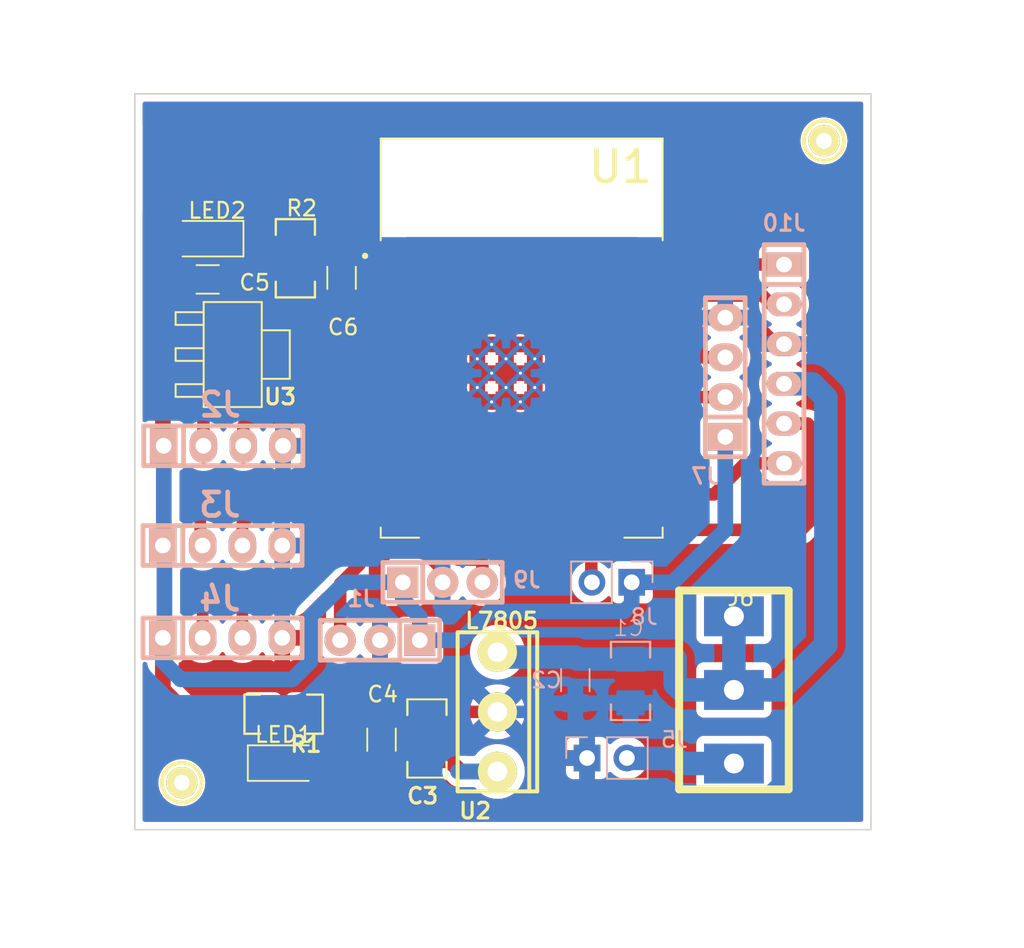
<source format=kicad_pcb>
(kicad_pcb (version 20211014) (generator pcbnew)
  (layers (0 "F.Cu" signal) (31 "B.Cu" signal) (34 "B.Paste" user) (35 "F.Paste" user) (36 "B.SilkS" user "B.Silkscreen") (37 "F.SilkS" user "F.Silkscreen") (38 "B.Mask" user) (39 "F.Mask" user) (44 "Edge.Cuts" user))
  (net 0 "")
  (net 1 "GND")
  (net 2 "+7.5V")
  (net 3 "+5V")
  (net 4 "+3V3")
  (net 5 "/Echo")
  (net 6 "/Trig1")
  (net 7 "/Echo2")
  (net 8 "/Trig2")
  (net 9 "/Echo3")
  (net 10 "/Trig3")
  (net 11 "/VBAT")
  (net 12 "/TX")
  (net 13 "/RX")
  (net 14 "/BOTON")
  (net 15 "/D0")
  (net 16 "/D0B")
  (net 17 "/IN4")
  (net 18 "/IN3")
  (net 19 "/IN2")
  (net 20 "/IN1")
  (net 21 "Net-(LED1-Pad1)")
  (net 22 "Net-(LED2-Pad1)")
  (net 40 "Net-(C6-Pad1)")
  (footprint "EESTN5:R_1206" (layer "F.Cu") (at 128.52 119.045)
    (fp_text reference "R1" (at 1.425 1.925) (layer "F.SilkS") (effects (font (thickness 0.2))))
    (fp_text value "470" hide)
    (fp_line (start -2.5 1.25) (end -1.5 1.25) (layer "F.SilkS") (width 0.15))
    (fp_line (start 2.5 1.25) (end 2.5 -1.25) (layer "F.SilkS") (width 0.15))
    (fp_line (start 1.5 1.25) (end 2.5 1.25) (layer "F.SilkS") (width 0.15))
    (fp_line (start -1.5 -1.25) (end -2.5 -1.25) (layer "F.SilkS") (width 0.15))
    (fp_line (start 1.5 -1.25) (end 2.5 -1.25) (layer "F.SilkS") (width 0.15))
    (fp_line (start -2.5 -1.25) (end -2.5 1.25) (layer "F.SilkS") (width 0.15))
    (pad "1" smd rect locked (at 1.397 0) (size 1.6002 1.8034) (layers "F.Cu" "F.Paste" "F.Mask") (net 21 "Net-(LED1-Pad1)"))
    (pad "2" smd rect locked (at -1.397 0) (size 1.6002 1.8034) (layers "F.Cu" "F.Paste" "F.Mask") (net 3 "+5V"))
  )
  (footprint "Capacitor_SMD:C_1206_3216Metric" (layer "F.Cu") (at 123.67 91.27)
    (fp_text reference "C5" (at 3 0.2 180) (layer "F.SilkS"))
    (fp_text value "100nF")
    (fp_line (start -0.711252 0.91) (end 0.711252 0.91) (layer "F.SilkS") (width 0.12))
    (fp_line (start -0.711252 -0.91) (end 0.711252 -0.91) (layer "F.SilkS") (width 0.12))
    (pad "1" smd roundrect (at -1.475 0) (size 1.15 1.8) (layers "F.Cu" "F.Paste" "F.Mask") (roundrect_rratio 0.2173913043) (net 1 "GND"))
    (pad "2" smd roundrect (at 1.475 0) (size 1.15 1.8) (layers "F.Cu" "F.Paste" "F.Mask") (roundrect_rratio 0.2173913043) (net 4 "+3V3"))
  )
  (footprint "EESTN5:C_1206" (layer "F.Cu") (at 137.67 120.595 -90)
    (fp_text reference "C3" (at 3.675 0.275) (layer "F.SilkS") (effects (font (thickness 0.2))))
    (fp_text value "10uF" hide)
    (fp_line (start 2.5 1.25) (end 2.5 -1.25) (layer "F.SilkS") (width 0.127))
    (fp_line (start 1.5 -1.25) (end 2.5 -1.25) (layer "F.SilkS") (width 0.15))
    (fp_line (start 1.5 1.25) (end 2.5 1.25) (layer "F.SilkS") (width 0.15))
    (fp_line (start -1.5 -1.25) (end -2.5 -1.25) (layer "F.SilkS") (width 0.15))
    (fp_line (start -1.5 1.25) (end -2.5 1.25) (layer "F.SilkS") (width 0.15))
    (fp_line (start -2.5 -1.25) (end -2.5 1.25) (layer "F.SilkS") (width 0.127))
    (pad "1" smd rect locked (at 1.397 0 270) (size 1.6002 1.8034) (layers "F.Cu" "F.Paste" "F.Mask") (net 3 "+5V"))
    (pad "2" smd rect locked (at -1.397 0 270) (size 1.6002 1.8034) (layers "F.Cu" "F.Paste" "F.Mask") (net 1 "GND"))
  )
  (footprint "Capacitor_SMD:C_1206_3216Metric" (layer "F.Cu") (at 132.22 91.17 90)
    (fp_text reference "C6" (at -3.15 0.1) (layer "F.SilkS"))
    (fp_text value "1uF")
    (fp_line (start -0.711252 0.91) (end 0.711252 0.91) (layer "F.SilkS") (width 0.12))
    (fp_line (start -0.711252 -0.91) (end 0.711252 -0.91) (layer "F.SilkS") (width 0.12))
    (pad "1" smd roundrect (at -1.475 0 90) (size 1.15 1.8) (layers "F.Cu" "F.Paste" "F.Mask") (roundrect_rratio 0.2173913043) (net 40 "Net-(C6-Pad1)"))
    (pad "2" smd roundrect (at 1.475 0 90) (size 1.15 1.8) (layers "F.Cu" "F.Paste" "F.Mask") (roundrect_rratio 0.2173913043) (net 1 "GND"))
  )
  (footprint "EESTN5:pad_2mm" (layer "F.Cu") (at 122.02 123.42)
    (fp_text reference "H2" hide)
    (fp_text value "Mounting_Hole" hide)
    (fp_circle (center 0 0) (end 1.27 -0.127) (layer "F.SilkS") (width 0.254) (fill none))
    (pad "1" thru_hole circle locked (at 0 0) (size 1.99898 1.99898) (drill 1.00076) (layers *.Cu *.Mask "F.SilkS"))
  )
  (footprint "EESTN5:SOT223" (layer "F.Cu") (at 125.27 96.07 -90)
    (fp_text reference "U3" (at 2.7 -3.025) (layer "F.SilkS") (effects (font (size 1.00076 1.00076) (thickness 0.20066))))
    (fp_text value "LM1117-SOT" hide)
    (fp_line (start -1.8923 3.6449) (end -1.8923 1.8542) (layer "F.SilkS") (width 0.127))
    (fp_line (start -0.4064 3.6449) (end -0.4064 1.8542) (layer "F.SilkS") (width 0.127))
    (fp_line (start 2.7051 3.6449) (end 2.7051 1.8542) (layer "F.SilkS") (width 0.127))
    (fp_line (start 3.3528 -1.8542) (end 3.3528 1.8542) (layer "F.SilkS") (width 0.127))
    (fp_line (start -3.3528 1.8542) (end -3.3528 -1.8542) (layer "F.SilkS") (width 0.127))
    (fp_line (start 0.4064 3.6449) (end 0.4064 1.8542) (layer "F.SilkS") (width 0.127))
    (fp_line (start -3.3528 -1.8542) (end 3.3528 -1.8542) (layer "F.SilkS") (width 0.127))
    (fp_line (start 1.8923 3.6449) (end 2.7051 3.6449) (layer "F.SilkS") (width 0.127))
    (fp_line (start 3.3528 1.8542) (end -3.3528 1.8542) (layer "F.SilkS") (width 0.127))
    (fp_line (start -2.7051 3.6449) (end -1.8923 3.6449) (layer "F.SilkS") (width 0.127))
    (fp_line (start -0.4064 3.6449) (end 0.4064 3.6449) (layer "F.SilkS") (width 0.127))
    (fp_line (start -1.5494 -3.6449) (end 1.5494 -3.6449) (layer "F.SilkS") (width 0.127))
    (fp_line (start -2.7051 3.6449) (end -2.7051 1.8542) (layer "F.SilkS") (width 0.127))
    (fp_line (start 1.5494 -3.6449) (end 1.5494 -1.8542) (layer "F.SilkS") (width 0.127))
    (fp_line (start 1.8923 3.6449) (end 1.8923 1.8542) (layer "F.SilkS") (width 0.127))
    (fp_line (start -1.5494 -3.6449) (end -1.5494 -1.8542) (layer "F.SilkS") (width 0.127))
    (pad "1" smd rect locked (at -2.3 3.3 270) (size 1 2.4) (layers "F.Cu" "F.Paste" "F.Mask") (net 1 "GND"))
    (pad "2" smd rect locked (at 0 3.3 270) (size 1 2.4) (layers "F.Cu" "F.Paste" "F.Mask") (net 4 "+3V3"))
    (pad "3" smd rect locked (at 2.3 3.3 270) (size 1 2.4) (layers "F.Cu" "F.Paste" "F.Mask") (net 3 "+5V"))
    (pad "4" smd rect locked (at 0 -3.15 270) (size 3.8 2.4) (layers "F.Cu" "F.Paste" "F.Mask") (net 4 "+3V3"))
  )
  (footprint "EESTN5:SW_SPDT_TH_Vertical" (layer "F.Cu") (at 157.27 117.495 180)
    (fp_text reference "J6" (at -0.45 5.875) (layer "F.SilkS"))
    (fp_text value "SWITCH" hide)
    (fp_line (start -3.5 -6.35) (end -3.5 6.35) (layer "F.SilkS") (width 0.5))
    (fp_line (start 3.5 -6.35) (end 3.5 6.35) (layer "F.SilkS") (width 0.508))
    (fp_line (start -3.5 6.35) (end 3.5 6.35) (layer "F.SilkS") (width 0.508))
    (fp_line (start 3.5 -6.35) (end -3.5 -6.35) (layer "F.SilkS") (width 0.5))
    (pad "1" thru_hole rect locked (at 0 -4.7 180) (size 3.81 2.54) (drill 1.27) (layers *.Cu *.Mask) (net 11 "/VBAT"))
    (pad "2" thru_hole rect locked (at 0 0 180) (size 3.81 2.54) (drill 1.27) (layers *.Cu *.Mask) (net 2 "+7.5V"))
    (pad "3" thru_hole rect locked (at 0 4.7 180) (size 3.81 2.54) (drill 1.27) (layers *.Cu *.Mask) (net 2 "+7.5V"))
  )
  (footprint "chip2:Chipesp32" (layer "F.Cu") (at 143.72 95.02)
    (fp_text reference "U1" (at 6.3 -10.95) (layer "F.SilkS") (effects (font (size 2 2) (thickness 0.3))))
    (fp_text value "ESP32-WROOM-32")
    (fp_line (start -9 12.1) (end -9 12.75) (layer "F.SilkS") (width 0.127))
    (fp_line (start 9 12.75) (end 9 12.1) (layer "F.SilkS") (width 0.127))
    (fp_line (start -9 12.75) (end -6.55 12.75) (layer "F.SilkS") (width 0.127))
    (fp_line (start -9 -12.75) (end 9 -12.75) (layer "F.SilkS") (width 0.127))
    (fp_line (start 9 -12.75) (end 9 -6.25) (layer "F.SilkS") (width 0.127))
    (fp_line (start -9 -6.25) (end -9 -12.75) (layer "F.SilkS") (width 0.127))
    (fp_line (start 6.55 12.75) (end 9 12.75) (layer "F.SilkS") (width 0.127))
    (fp_circle (center -10 -5.25) (end -9.9 -5.25) (layer "F.SilkS") (width 0.2) (fill none))
    (pad "1" smd rect locked (at -8.5 -5.26) (size 2 0.9) (layers "F.Cu" "F.Paste" "F.Mask") (net 1 "GND"))
    (pad "2" smd rect locked (at -8.5 -3.99) (size 2 0.9) (layers "F.Cu" "F.Paste" "F.Mask") (net 4 "+3V3"))
    (pad "3" smd rect locked (at -8.5 -2.72) (size 2 0.9) (layers "F.Cu" "F.Paste" "F.Mask") (net 40 "Net-(C6-Pad1)"))
    (pad "4" smd rect locked (at -8.5 -1.45) (size 2 0.9) (layers "F.Cu" "F.Paste" "F.Mask"))
    (pad "5" smd rect locked (at -8.5 -0.18) (size 2 0.9) (layers "F.Cu" "F.Paste" "F.Mask"))
    (pad "6" smd rect locked (at -8.5 1.09) (size 2 0.9) (layers "F.Cu" "F.Paste" "F.Mask") (net 5 "/Echo"))
    (pad "7" smd rect locked (at -8.5 2.36) (size 2 0.9) (layers "F.Cu" "F.Paste" "F.Mask"))
    (pad "8" smd rect locked (at -8.5 3.63) (size 2 0.9) (layers "F.Cu" "F.Paste" "F.Mask") (net 6 "/Trig1"))
    (pad "9" smd rect locked (at -8.5 4.9) (size 2 0.9) (layers "F.Cu" "F.Paste" "F.Mask") (net 7 "/Echo2"))
    (pad "10" smd rect locked (at -8.5 6.17) (size 2 0.9) (layers "F.Cu" "F.Paste" "F.Mask") (net 8 "/Trig2"))
    (pad "11" smd rect locked (at -8.5 7.44) (size 2 0.9) (layers "F.Cu" "F.Paste" "F.Mask") (net 9 "/Echo3"))
    (pad "12" smd rect locked (at -8.5 8.71) (size 2 0.9) (layers "F.Cu" "F.Paste" "F.Mask") (net 10 "/Trig3"))
    (pad "13" smd rect locked (at -8.5 9.98) (size 2 0.9) (layers "F.Cu" "F.Paste" "F.Mask"))
    (pad "14" smd rect locked (at -8.5 11.25) (size 2 0.9) (layers "F.Cu" "F.Paste" "F.Mask") (net 15 "/D0"))
    (pad "15" smd rect locked (at -5.715 12.25) (size 0.9 2) (layers "F.Cu" "F.Paste" "F.Mask") (net 1 "GND"))
    (pad "16" smd rect locked (at -4.445 12.25) (size 0.9 2) (layers "F.Cu" "F.Paste" "F.Mask") (net 16 "/D0B"))
    (pad "17" smd rect locked (at -3.175 12.25) (size 0.9 2) (layers "F.Cu" "F.Paste" "F.Mask"))
    (pad "18" smd rect locked (at -1.905 12.25) (size 0.9 2) (layers "F.Cu" "F.Paste" "F.Mask"))
    (pad "19" smd rect locked (at -0.635 12.25) (size 0.9 2) (layers "F.Cu" "F.Paste" "F.Mask"))
    (pad "20" smd rect locked (at 0.635 12.25) (size 0.9 2) (layers "F.Cu" "F.Paste" "F.Mask"))
    (pad "21" smd rect locked (at 1.905 12.25) (size 0.9 2) (layers "F.Cu" "F.Paste" "F.Mask"))
    (pad "22" smd rect locked (at 3.175 12.25) (size 0.9 2) (layers "F.Cu" "F.Paste" "F.Mask"))
    (pad "23" smd rect locked (at 4.445 12.25) (size 0.9 2) (layers "F.Cu" "F.Paste" "F.Mask") (net 14 "/BOTON"))
    (pad "24" smd rect locked (at 5.715 12.25) (size 0.9 2) (layers "F.Cu" "F.Paste" "F.Mask") (net 19 "/IN2"))
    (pad "25" smd rect locked (at 8.5 11.25) (size 2 0.9) (layers "F.Cu" "F.Paste" "F.Mask"))
    (pad "26" smd rect locked (at 8.5 9.98) (size 2 0.9) (layers "F.Cu" "F.Paste" "F.Mask") (net 20 "/IN1"))
    (pad "27" smd rect locked (at 8.5 8.71) (size 2 0.9) (layers "F.Cu" "F.Paste" "F.Mask"))
    (pad "28" smd rect locked (at 8.5 7.44) (size 2 0.9) (layers "F.Cu" "F.Paste" "F.Mask"))
    (pad "29" smd rect locked (at 8.5 6.17) (size 2 0.9) (layers "F.Cu" "F.Paste" "F.Mask"))
    (pad "30" smd rect locked (at 8.5 4.9) (size 2 0.9) (layers "F.Cu" "F.Paste" "F.Mask"))
    (pad "31" smd rect locked (at 8.5 3.63) (size 2 0.9) (layers "F.Cu" "F.Paste" "F.Mask"))
    (pad "32" smd rect locked (at 8.5 2.36) (size 2 0.9) (layers "F.Cu" "F.Paste" "F.Mask"))
    (pad "33" smd rect locked (at 8.5 1.09) (size 2 0.9) (layers "F.Cu" "F.Paste" "F.Mask"))
    (pad "34" smd rect locked (at 8.5 -0.18) (size 2 0.9) (layers "F.Cu" "F.Paste" "F.Mask") (net 13 "/RX"))
    (pad "35" smd rect locked (at 8.5 -1.45) (size 2 0.9) (layers "F.Cu" "F.Paste" "F.Mask") (net 12 "/TX"))
    (pad "36" smd rect locked (at 8.5 -2.72) (size 2 0.9) (layers "F.Cu" "F.Paste" "F.Mask") (net 18 "/IN3"))
    (pad "37" smd rect locked (at 8.5 -3.99) (size 2 0.9) (layers "F.Cu" "F.Paste" "F.Mask") (net 17 "/IN4"))
    (pad "38" smd rect locked (at 8.5 -5.26) (size 2 0.9) (layers "F.Cu" "F.Paste" "F.Mask") (net 1 "GND"))
    (pad "39_1" smd rect locked (at -2.835 0.405) (size 1.33 1.33) (layers "F.Cu" "F.Paste" "F.Mask") (net 1 "GND"))
    (pad "39_2" smd rect locked (at -1 0.405) (size 1.33 1.33) (layers "F.Cu" "F.Paste" "F.Mask") (net 1 "GND"))
    (pad "39_3" smd rect locked (at 0.835 0.405) (size 1.33 1.33) (layers "F.Cu" "F.Paste" "F.Mask") (net 1 "GND"))
    (pad "39_4" smd rect locked (at -2.835 2.24) (size 1.33 1.33) (layers "F.Cu" "F.Paste" "F.Mask") (net 1 "GND"))
    (pad "39_5" smd rect locked (at -1 2.24) (size 1.33 1.33) (layers "F.Cu" "F.Paste" "F.Mask") (net 1 "GND"))
    (pad "39_6" smd rect locked (at 0.835 2.24) (size 1.33 1.33) (layers "F.Cu" "F.Paste" "F.Mask") (net 1 "GND"))
    (pad "39_7" smd rect locked (at -2.835 4.075) (size 1.33 1.33) (layers "F.Cu" "F.Paste" "F.Mask") (net 1 "GND"))
    (pad "39_8" smd rect locked (at -1 4.075) (size 1.33 1.33) (layers "F.Cu" "F.Paste" "F.Mask") (net 1 "GND"))
    (pad "39_9" smd rect locked (at 0.835 4.075) (size 1.33 1.33) (layers "F.Cu" "F.Paste" "F.Mask") (net 1 "GND"))
    (pad "39_10" thru_hole circle locked (at -1.9175 0.405) (size 0.3 0.3) (drill 0.2) (layers *.Cu *.Mask) (net 1 "GND"))
    (pad "39_11" thru_hole circle locked (at -0.0825 0.405) (size 0.3 0.3) (drill 0.2) (layers *.Cu *.Mask) (net 1 "GND"))
    (pad "39_12" thru_hole circle locked (at -2.835 1.3225) (size 0.3 0.3) (drill 0.2) (layers *.Cu *.Mask) (net 1 "GND"))
    (pad "39_13" thru_hole circle locked (at -1 1.3225) (size 0.3 0.3) (drill 0.2) (layers *.Cu *.Mask) (net 1 "GND"))
    (pad "39_14" thru_hole circle locked (at 0.835 1.3225) (size 0.3 0.3) (drill 0.2) (layers *.Cu *.Mask) (net 1 "GND"))
    (pad "39_15" thru_hole circle locked (at -1.9175 2.24) (size 0.3 0.3) (drill 0.2) (layers *.Cu *.Mask) (net 1 "GND"))
    (pad "39_16" thru_hole circle locked (at -0.0825 2.24) (size 0.3 0.3) (drill 0.2) (layers *.Cu *.Mask) (net 1 "GND"))
    (pad "39_17" thru_hole circle locked (at -2.835 3.1575) (size 0.3 0.3) (drill 0.2) (layers *.Cu *.Mask) (net 1 "GND"))
    (pad "39_18" thru_hole circle locked (at -1 3.1575) (size 0.3 0.3) (drill 0.2) (layers *.Cu *.Mask) (net 1 "GND"))
    (pad "39_19" thru_hole circle locked (at 0.835 3.1575) (size 0.3 0.3) (drill 0.2) (layers *.Cu *.Mask) (net 1 "GND"))
    (pad "39_20" thru_hole circle locked (at -1.9175 4.075) (size 0.3 0.3) (drill 0.2) (layers *.Cu *.Mask) (net 1 "GND"))
    (pad "39_21" thru_hole circle locked (at -0.0825 4.075) (size 0.3 0.3) (drill 0.2) (layers *.Cu *.Mask) (net 1 "GND"))
    (zone (net 0) (net_name "") (layer "F.Cu") (connect_pads (clearance 0)) (min_thickness 0.01)
      (keepout (tracks not_allowed) (vias not_allowed) (pads not_allowed) (copperpour not_allowed) (footprints allowed))
      (fill (thermal_gap 0.508) (thermal_bridge_width 0.508))
      (polygon (pts (xy 134.72 82.27) (xy 152.72 82.27) (xy 152.72 88.57) (xy 134.72 88.57)))
    )
    (zone (net 0) (net_name "") (layer "B.Cu") (connect_pads (clearance 0)) (min_thickness 0.01)
      (keepout (tracks not_allowed) (vias not_allowed) (pads not_allowed) (copperpour not_allowed) (footprints allowed))
      (fill (thermal_gap 0.508) (thermal_bridge_width 0.508))
      (polygon (pts (xy 134.72 82.27) (xy 152.72 82.27) (xy 152.72 88.57) (xy 134.72 88.57)))
    )
  )
  (footprint "LED_SMD:LED_1206_3216Metric" (layer "F.Cu") (at 123.67 88.67 180)
    (fp_text reference "LED2" (at -0.6 1.8 180) (layer "F.SilkS"))
    (fp_text value "2V" hide)
    (fp_line (start -2.285 1.135) (end 1.6 1.135) (layer "F.SilkS") (width 0.12))
    (fp_line (start 1.6 -1.135) (end -2.285 -1.135) (layer "F.SilkS") (width 0.12))
    (fp_line (start -2.285 -1.135) (end -2.285 1.135) (layer "F.SilkS") (width 0.12))
    (pad "1" smd roundrect (at -1.4 0 180) (size 1.25 1.75) (layers "F.Cu" "F.Paste" "F.Mask") (roundrect_rratio 0.2) (net 22 "Net-(LED2-Pad1)"))
    (pad "2" smd roundrect (at 1.4 0 180) (size 1.25 1.75) (layers "F.Cu" "F.Paste" "F.Mask") (roundrect_rratio 0.2) (net 1 "GND"))
  )
  (footprint "EESTN5:to220" (layer "F.Cu") (at 142.17 118.895 -90)
    (fp_text reference "U2" (at 6.325 1.425) (layer "F.SilkS") (effects (font (thickness 0.2))))
    (fp_text value "L7805" (at -5.825 -0.275) (layer "F.SilkS") (effects (font (thickness 0.2))))
    (fp_line (start -5.08 -1.27) (end -5.08 2.54) (layer "F.SilkS") (width 0.254))
    (fp_line (start -5.08 -2.032) (end 5.08 -2.032) (layer "F.SilkS") (width 0.254))
    (fp_line (start -5.08 -2.54) (end -5.08 -1.27) (layer "F.SilkS") (width 0.254))
    (fp_line (start 5.08 -2.54) (end -5.08 -2.54) (layer "F.SilkS") (width 0.254))
    (fp_line (start -5.08 2.54) (end 5.08 2.54) (layer "F.SilkS") (width 0.254))
    (fp_line (start 5.08 2.54) (end 5.08 -2.54) (layer "F.SilkS") (width 0.254))
    (pad "1" thru_hole circle locked (at -3.81 0 270) (size 2.49936 2.49936) (drill 1.24968) (layers *.Cu *.Mask "F.SilkS") (net 2 "+7.5V"))
    (pad "2" thru_hole circle locked (at 0 0 270) (size 2.49936 2.49936) (drill 1.24968) (layers *.Cu *.Mask "F.SilkS") (net 1 "GND"))
    (pad "3" thru_hole circle locked (at 3.81 0 270) (size 2.49936 2.49936) (drill 1.24968) (layers *.Cu *.Mask "F.SilkS") (net 3 "+5V"))
  )
  (footprint "EESTN5:pad_2mm" (layer "F.Cu") (at 163.02 82.42 180)
    (fp_text reference "H1" hide)
    (fp_text value "Mounting_Hole" hide)
    (fp_circle (center 0 0) (end 1.27 -0.127) (layer "F.SilkS") (width 0.254) (fill none))
    (pad "1" thru_hole circle locked (at 0 0 180) (size 1.99898 1.99898) (drill 1.00076) (layers *.Cu *.Mask "F.SilkS"))
  )
  (footprint "Capacitor_SMD:C_1206_3216Metric" (layer "F.Cu") (at 134.77 120.67 -90)
    (fp_text reference "C4" (at -2.9 -0.075) (layer "F.SilkS"))
    (fp_text value "100nF")
    (fp_line (start -0.711252 -0.91) (end 0.711252 -0.91) (layer "F.SilkS") (width 0.12))
    (fp_line (start -0.711252 0.91) (end 0.711252 0.91) (layer "F.SilkS") (width 0.12))
    (pad "1" smd roundrect (at -1.475 0 270) (size 1.15 1.8) (layers "F.Cu" "F.Paste" "F.Mask") (roundrect_rratio 0.2173913043) (net 1 "GND"))
    (pad "2" smd roundrect (at 1.475 0 270) (size 1.15 1.8) (layers "F.Cu" "F.Paste" "F.Mask") (roundrect_rratio 0.2173913043) (net 3 "+5V"))
  )
  (footprint "LED_SMD:LED_1206_3216Metric" (layer "F.Cu") (at 128.52 122.17)
    (fp_text reference "LED1" (at 0 -1.82) (layer "F.SilkS"))
    (fp_text value "2V" hide)
    (fp_line (start 1.6 -1.135) (end -2.285 -1.135) (layer "F.SilkS") (width 0.12))
    (fp_line (start -2.285 1.135) (end 1.6 1.135) (layer "F.SilkS") (width 0.12))
    (fp_line (start -2.285 -1.135) (end -2.285 1.135) (layer "F.SilkS") (width 0.12))
    (pad "1" smd roundrect (at -1.4 0) (size 1.25 1.75) (layers "F.Cu" "F.Paste" "F.Mask") (roundrect_rratio 0.2) (net 21 "Net-(LED1-Pad1)"))
    (pad "2" smd roundrect (at 1.4 0) (size 1.25 1.75) (layers "F.Cu" "F.Paste" "F.Mask") (roundrect_rratio 0.2) (net 1 "GND"))
  )
  (footprint "EESTN5:R_1206" (layer "F.Cu") (at 129.27 89.92 90)
    (fp_text reference "R2" (at 3.2 0.4 180) (layer "F.SilkS"))
    (fp_text value "330" hide)
    (fp_line (start -1.5 -1.25) (end -2.5 -1.25) (layer "F.SilkS") (width 0.15))
    (fp_line (start 2.5 1.25) (end 2.5 -1.25) (layer "F.SilkS") (width 0.15))
    (fp_line (start 1.5 1.25) (end 2.5 1.25) (layer "F.SilkS") (width 0.15))
    (fp_line (start 1.5 -1.25) (end 2.5 -1.25) (layer "F.SilkS") (width 0.15))
    (fp_line (start -2.5 1.25) (end -1.5 1.25) (layer "F.SilkS") (width 0.15))
    (fp_line (start -2.5 -1.25) (end -2.5 1.25) (layer "F.SilkS") (width 0.15))
    (pad "1" smd rect locked (at 1.397 0 90) (size 1.6002 1.8034) (layers "F.Cu" "F.Paste" "F.Mask") (net 22 "Net-(LED2-Pad1)"))
    (pad "2" smd rect locked (at -1.397 0 90) (size 1.6002 1.8034) (layers "F.Cu" "F.Paste" "F.Mask") (net 4 "+3V3"))
  )
  (footprint "EESTN5:Pin_Header_6" (layer "B.Cu") (at 160.47 96.67 -90)
    (fp_text reference "J10" (at -9 0 180) (layer "B.SilkS") (effects (font (size 1.016 1.016) (thickness 0.2032)) (justify mirror)))
    (fp_text value "Input of Driver L9110" hide)
    (fp_line (start -7.62 -1.27) (end -7.62 1.27) (layer "B.SilkS") (width 0.3048))
    (fp_line (start 7.62 1.27) (end 7.62 -1.27) (layer "B.SilkS") (width 0.3048))
    (fp_line (start 7.62 -1.27) (end -7.62 -1.27) (layer "B.SilkS") (width 0.3048))
    (fp_line (start -5.08 1.27) (end -5.08 -1.27) (layer "B.SilkS") (width 0.3048))
    (fp_line (start -7.62 1.27) (end 7.62 1.27) (layer "B.SilkS") (width 0.3048))
    (pad "1" thru_hole rect locked (at -6.35 0 270) (size 1.524 2.19964) (drill 1.00076) (layers *.Cu *.Mask "B.SilkS") (net 17 "/IN4"))
    (pad "2" thru_hole oval locked (at -3.81 0 270) (size 1.524 2.19964) (drill 1.00076) (layers *.Cu *.Mask "B.SilkS") (net 18 "/IN3"))
    (pad "3" thru_hole oval locked (at -1.27 0 270) (size 1.524 2.19964) (drill 1.00076) (layers *.Cu *.Mask "B.SilkS") (net 1 "GND"))
    (pad "4" thru_hole oval locked (at 1.27 0 270) (size 1.524 2.19964) (drill 1.00076) (layers *.Cu *.Mask "B.SilkS") (net 2 "+7.5V"))
    (pad "5" thru_hole oval locked (at 3.81 0 270) (size 1.524 2.19964) (drill 1.00076) (layers *.Cu *.Mask "B.SilkS") (net 19 "/IN2"))
    (pad "6" thru_hole oval locked (at 6.35 0 270) (size 1.524 2.19964) (drill 1.00076) (layers *.Cu *.Mask "B.SilkS") (net 20 "/IN1"))
  )
  (footprint "EESTN5:pin_strip_4" (layer "B.Cu") (at 156.72 97.52 90)
    (fp_text reference "J7" (at -6.325 -1.3) (layer "B.SilkS") (effects (font (thickness 0.2)) (justify mirror)))
    (fp_text value "Programador" hide)
    (fp_line (start 5.08 1.27) (end 5.08 -1.27) (layer "B.SilkS") (width 0.3048))
    (fp_line (start -5.08 -1.27) (end -5.08 1.27) (layer "B.SilkS") (width 0.3048))
    (fp_line (start -2.54 1.27) (end -2.54 -1.27) (layer "B.SilkS") (width 0.3048))
    (fp_line (start -5.08 1.27) (end 5.08 1.27) (layer "B.SilkS") (width 0.3048))
    (fp_line (start 5.08 -1.27) (end -5.08 -1.27) (layer "B.SilkS") (width 0.3048))
    (pad "1" thru_hole rect locked (at -3.81 0 90) (size 1.75 2.2) (drill 1.00076) (layers *.Cu *.Mask "B.SilkS") (net 3 "+5V"))
    (pad "2" thru_hole oval locked (at -1.27 0 90) (size 1.75 2.2) (drill 1.00076) (layers *.Cu *.Mask "B.SilkS") (net 13 "/RX"))
    (pad "3" thru_hole oval locked (at 1.27 0 90) (size 1.75 2.2) (drill 1.00076) (layers *.Cu *.Mask "B.SilkS") (net 12 "/TX"))
    (pad "4" thru_hole oval locked (at 3.81 0 90) (size 1.75 2.2) (drill 1.00076) (layers *.Cu *.Mask "B.SilkS") (net 1 "GND"))
  )
  (footprint "EESTN5:C_1206" (layer "B.Cu") (at 150.67 116.92 90)
    (fp_text reference "C1" (at 3.375 -0.125) (layer "B.SilkS") (effects (font (thickness 0.1)) (justify mirror)))
    (fp_text value "220uF" hide)
    (fp_line (start 1.5 1.25) (end 2.5 1.25) (layer "B.SilkS") (width 0.15))
    (fp_line (start -2.5 1.25) (end -2.5 -1.25) (layer "B.SilkS") (width 0.127))
    (fp_line (start 2.5 -1.25) (end 2.5 1.25) (layer "B.SilkS") (width 0.127))
    (fp_line (start 1.5 -1.25) (end 2.5 -1.25) (layer "B.SilkS") (width 0.15))
    (fp_line (start -1.5 1.25) (end -2.5 1.25) (layer "B.SilkS") (width 0.15))
    (fp_line (start -1.5 -1.25) (end -2.5 -1.25) (layer "B.SilkS") (width 0.15))
    (pad "1" smd rect locked (at 1.397 0 90) (size 1.6002 1.8034) (layers "B.Cu" "B.Paste" "B.Mask") (net 2 "+7.5V"))
    (pad "2" smd rect locked (at -1.397 0 90) (size 1.6002 1.8034) (layers "B.Cu" "B.Paste" "B.Mask") (net 1 "GND"))
  )
  (footprint "Connector_PinSocket_2.54mm:PinSocket_1x02_P2.54mm_Vertical" (layer "B.Cu") (at 150.745 110.62 90)
    (fp_text reference "J8" (at -2.2 0.8) (layer "B.SilkS") (effects (justify mirror)))
    (fp_text value "BOTON")
    (fp_line (start -1.33 -1.27) (end -1.33 -3.87) (layer "B.SilkS") (width 0.12))
    (fp_line (start 0 1.33) (end 1.33 1.33) (layer "B.SilkS") (width 0.12))
    (fp_line (start 1.33 -1.27) (end 1.33 -3.87) (layer "B.SilkS") (width 0.12))
    (fp_line (start 1.33 1.33) (end 1.33 0) (layer "B.SilkS") (width 0.12))
    (fp_line (start -1.33 -1.27) (end 1.33 -1.27) (layer "B.SilkS") (width 0.12))
    (fp_line (start -1.33 -3.87) (end 1.33 -3.87) (layer "B.SilkS") (width 0.12))
    (pad "1" thru_hole rect (at 0 0 90) (size 1.7 1.7) (drill 1) (layers *.Cu *.Mask) (net 3 "+5V"))
    (pad "2" thru_hole oval (at 0 -2.54 90) (size 1.7 1.7) (drill 1) (layers *.Cu *.Mask) (net 14 "/BOTON"))
  )
  (footprint "EESTN5:pin_strip_4" (layer "B.Cu") (at 124.62 108.27)
    (fp_text reference "J3" (at -0.17 -2.6) (layer "B.SilkS") (effects (font (size 1.5 1.5) (thickness 0.3)) (justify mirror)))
    (fp_text value "HC_SRO4" hide)
    (fp_line (start -5.08 -1.27) (end -5.08 1.27) (layer "B.SilkS") (width 0.3048))
    (fp_line (start -2.54 1.27) (end -2.54 -1.27) (layer "B.SilkS") (width 0.3048))
    (fp_line (start -5.08 1.27) (end 5.08 1.27) (layer "B.SilkS") (width 0.3048))
    (fp_line (start 5.08 1.27) (end 5.08 -1.27) (layer "B.SilkS") (width 0.3048))
    (fp_line (start 5.08 -1.27) (end -5.08 -1.27) (layer "B.SilkS") (width 0.3048))
    (pad "1" thru_hole rect locked (at -3.81 0) (size 1.75 2.2) (drill 1.00076) (layers *.Cu *.Mask "B.SilkS") (net 3 "+5V"))
    (pad "2" thru_hole oval locked (at -1.27 0) (size 1.75 2.2) (drill 1.00076) (layers *.Cu *.Mask "B.SilkS") (net 7 "/Echo2"))
    (pad "3" thru_hole oval locked (at 1.27 0) (size 1.75 2.2) (drill 1.00076) (layers *.Cu *.Mask "B.SilkS") (net 8 "/Trig2"))
    (pad "4" thru_hole oval locked (at 3.81 0) (size 1.75 2.2) (drill 1.00076) (layers *.Cu *.Mask "B.SilkS") (net 1 "GND"))
  )
  (footprint "Connector_PinHeader_2.54mm:PinHeader_1x02_P2.54mm_Vertical" (layer "B.Cu") (at 147.895 121.845 -90)
    (fp_text reference "J5" (at -1.175 -5.575) (layer "B.SilkS") (effects (justify mirror)))
    (fp_text value "CableAlimentacion")
    (fp_line (start -1.33 -1.27) (end 1.33 -1.27) (layer "B.SilkS") (width 0.12))
    (fp_line (start -1.33 -1.27) (end -1.33 -3.87) (layer "B.SilkS") (width 0.12))
    (fp_line (start -1.33 1.33) (end 0 1.33) (layer "B.SilkS") (width 0.12))
    (fp_line (start -1.33 0) (end -1.33 1.33) (layer "B.SilkS") (width 0.12))
    (fp_line (start -1.33 -3.87) (end 1.33 -3.87) (layer "B.SilkS") (width 0.12))
    (fp_line (start 1.33 -1.27) (end 1.33 -3.87) (layer "B.SilkS") (width 0.12))
    (pad "1" thru_hole rect (at 0 0 270) (size 1.7 1.7) (drill 1) (layers *.Cu *.Mask) (net 1 "GND"))
    (pad "2" thru_hole oval (at 0 -2.54 270) (size 1.7 1.7) (drill 1) (layers *.Cu *.Mask) (net 11 "/VBAT"))
  )
  (footprint "Capacitor_SMD:C_1206_3216Metric" (layer "B.Cu") (at 147.145 116.87 -90)
    (fp_text reference "C2" (at 0 1.85) (layer "B.SilkS") (effects (justify mirror)))
    (fp_text value "100nF")
    (fp_line (start -0.711252 -0.91) (end 0.711252 -0.91) (layer "B.SilkS") (width 0.12))
    (fp_line (start -0.711252 0.91) (end 0.711252 0.91) (layer "B.SilkS") (width 0.12))
    (pad "1" smd roundrect (at -1.475 0 270) (size 1.15 1.8) (layers "B.Cu" "B.Paste" "B.Mask") (roundrect_rratio 0.2173913043) (net 2 "+7.5V"))
    (pad "2" smd roundrect (at 1.475 0 270) (size 1.15 1.8) (layers "B.Cu" "B.Paste" "B.Mask") (roundrect_rratio 0.2173913043) (net 1 "GND"))
  )
  (footprint "EESTN5:pin_strip_4" (layer "B.Cu") (at 124.67 101.9)
    (fp_text reference "J2" (at -0.2032 -2.625) (layer "B.SilkS") (effects (font (size 1.5 1.5) (thickness 0.3)) (justify mirror)))
    (fp_text value "HC_SRO4" hide)
    (fp_line (start -2.54 1.27) (end -2.54 -1.27) (layer "B.SilkS") (width 0.3048))
    (fp_line (start 5.08 1.27) (end 5.08 -1.27) (layer "B.SilkS") (width 0.3048))
    (fp_line (start 5.08 -1.27) (end -5.08 -1.27) (layer "B.SilkS") (width 0.3048))
    (fp_line (start -5.08 1.27) (end 5.08 1.27) (layer "B.SilkS") (width 0.3048))
    (fp_line (start -5.08 -1.27) (end -5.08 1.27) (layer "B.SilkS") (width 0.3048))
    (pad "1" thru_hole rect locked (at -3.81 0) (size 1.75 2.2) (drill 1.00076) (layers *.Cu *.Mask "B.SilkS") (net 3 "+5V"))
    (pad "2" thru_hole oval locked (at -1.27 0) (size 1.75 2.2) (drill 1.00076) (layers *.Cu *.Mask "B.SilkS") (net 5 "/Echo"))
    (pad "3" thru_hole oval locked (at 1.27 0) (size 1.75 2.2) (drill 1.00076) (layers *.Cu *.Mask "B.SilkS") (net 6 "/Trig1"))
    (pad "4" thru_hole oval locked (at 3.81 0) (size 1.75 2.2) (drill 1.00076) (layers *.Cu *.Mask "B.SilkS") (net 1 "GND"))
  )
  (footprint "EESTN5:Pin_Strip_3" (layer "B.Cu") (at 138.67 110.62)
    (fp_text reference "J9" (at 5.375 -0.15) (layer "B.SilkS") (effects (font (thickness 0.2)) (justify mirror)))
    (fp_text value "EncoderMotorIzquierda" hide)
    (fp_line (start 3.81 1.27) (end 3.81 -1.27) (layer "B.SilkS") (width 0.3048))
    (fp_line (start -3.81 1.27) (end -3.81 -1.27) (layer "B.SilkS") (width 0.3048))
    (fp_line (start 3.81 -1.27) (end -3.81 -1.27) (layer "B.SilkS") (width 0.3048))
    (fp_line (start -1.27 1.27) (end -1.27 -1.27) (layer "B.SilkS") (width 0.3048))
    (fp_line (start -3.81 1.27) (end 3.81 1.27) (layer "B.SilkS") (width 0.3048))
    (pad "1" thru_hole rect locked (at -2.54 0) (size 2 2) (drill 1) (layers *.Cu *.Mask "B.SilkS") (net 3 "+5V"))
    (pad "2" thru_hole oval locked (at 0 0) (size 2 2) (drill 1) (layers *.Cu *.Mask "B.SilkS") (net 1 "GND"))
    (pad "3" thru_hole oval locked (at 2.54 0) (size 2 2) (drill 1) (layers *.Cu *.Mask "B.SilkS") (net 16 "/D0B"))
  )
  (footprint "EESTN5:pin_strip_4" (layer "B.Cu") (at 124.62 114.17)
    (fp_text reference "J4" (at -0.175 -2.5) (layer "B.SilkS") (effects (font (size 1.5 1.5) (thickness 0.3)) (justify mirror)))
    (fp_text value "HC_SRO4" hide)
    (fp_line (start -5.08 -1.27) (end -5.08 1.27) (layer "B.SilkS") (width 0.3048))
    (fp_line (start -2.54 1.27) (end -2.54 -1.27) (layer "B.SilkS") (width 0.3048))
    (fp_line (start -5.08 1.27) (end 5.08 1.27) (layer "B.SilkS") (width 0.3048))
    (fp_line (start 5.08 1.27) (end 5.08 -1.27) (layer "B.SilkS") (width 0.3048))
    (fp_line (start 5.08 -1.27) (end -5.08 -1.27) (layer "B.SilkS") (width 0.3048))
    (pad "1" thru_hole rect locked (at -3.81 0) (size 1.75 2.2) (drill 1.00076) (layers *.Cu *.Mask "B.SilkS") (net 3 "+5V"))
    (pad "2" thru_hole oval locked (at -1.27 0) (size 1.75 2.2) (drill 1.00076) (layers *.Cu *.Mask "B.SilkS") (net 9 "/Echo3"))
    (pad "3" thru_hole oval locked (at 1.27 0) (size 1.75 2.2) (drill 1.00076) (layers *.Cu *.Mask "B.SilkS") (net 10 "/Trig3"))
    (pad "4" thru_hole oval locked (at 3.81 0) (size 1.75 2.2) (drill 1.00076) (layers *.Cu *.Mask "B.SilkS") (net 1 "GND"))
  )
  (footprint "EESTN5:Pin_Strip_3" (layer "B.Cu") (at 134.67 114.32 180)
    (fp_text reference "J1" (at 1.2 2.65) (layer "B.SilkS") (effects (font (thickness 0.2)) (justify mirror)))
    (fp_text value "EncoderMotorDerecha" hide)
    (fp_line (start -1.27 1.27) (end -1.27 -1.27) (layer "B.SilkS") (width 0.3048))
    (fp_line (start 3.81 -1.27) (end -3.81 -1.27) (layer "B.SilkS") (width 0.3048))
    (fp_line (start -3.81 1.27) (end -3.81 -1.27) (layer "B.SilkS") (width 0.3048))
    (fp_line (start 3.81 1.27) (end 3.81 -1.27) (layer "B.SilkS") (width 0.3048))
    (fp_line (start -3.81 1.27) (end 3.81 1.27) (layer "B.SilkS") (width 0.3048))
    (pad "1" thru_hole rect locked (at -2.54 0 180) (size 2 2) (drill 1) (layers *.Cu *.Mask "B.SilkS") (net 3 "+5V"))
    (pad "2" thru_hole oval locked (at 0 0 180) (size 2 2) (drill 1) (layers *.Cu *.Mask "B.SilkS") (net 1 "GND"))
    (pad "3" thru_hole oval locked (at 2.54 0 180) (size 2 2) (drill 1) (layers *.Cu *.Mask "B.SilkS") (net 15 "/D0"))
  )
  (gr_line (start 166.02 126.42) (end 166.02 79.42) (layer "Edge.Cuts") (width 0.1))
  (gr_line (start 166.02 79.42) (end 119.02 79.42) (layer "Edge.Cuts") (width 0.1))
  (gr_line (start 119.02 126.42) (end 166.02 126.42) (layer "Edge.Cuts") (width 0.1))
  (gr_line (start 119.02 79.42) (end 119.02 126.42) (layer "Edge.Cuts") (width 0.1))
  (gr_text "Bover.JR" (at 126.97 84.17) (layer "F.Cu") (effects (font (size 2.3 2) (thickness 0.425) italic)))
  (segment (start 134.77 116.29) (end 134.77 114.42) (width 0.8) (layer "F.Cu") (net 1))
  (segment (start 122.195 88.745) (end 122.27 88.67) (width 0.8) (layer "F.Cu") (net 1))
  (segment (start 136.611714 107.27) (end 138.005 107.27) (width 0.8) (layer "F.Cu") (net 1))
  (segment (start 137.67 119.198) (end 134.773 119.198) (width 0.8) (layer "F.Cu") (net 1))
  (segment (start 153.74 89.76) (end 152.22 89.76) (width 0.8) (layer "F.Cu") (net 1))
  (segment (start 134.67 114.32) (end 134.67 112.219511) (width 0.8) (layer "F.Cu") (net 1))
  (segment (start 158.26 93.71) (end 159.95 95.4) (width 0.8) (layer "F.Cu") (net 1))
  (segment (start 121.97 93.77) (end 122.195 93.545) (width 0.8) (layer "F.Cu") (net 1))
  (segment (start 134.77 119.195) (end 134.77 116.29) (width 0.8) (layer "F.Cu") (net 1))
  (segment (start 134.36 111.909511) (end 134.36 109.521714) (width 0.8) (layer "F.Cu") (net 1))
  (segment (start 122.195 93.545) (end 122.195 91.27) (width 0.8) (layer "F.Cu") (net 1))
  (segment (start 156.72 93.71) (end 158.26 93.71) (width 0.8) (layer "F.Cu") (net 1))
  (segment (start 139.795 118.895) (end 139.492 119.198) (width 0.8) (layer "F.Cu") (net 1))
  (segment (start 139.492 119.198) (end 137.67 119.198) (width 0.8) (layer "F.Cu") (net 1))
  (segment (start 132.22 87.37) (end 131.02 86.17) (width 0.8) (layer "F.Cu") (net 1))
  (segment (start 134.77 114.42) (end 134.67 114.32) (width 0.8) (layer "F.Cu") (net 1))
  (segment (start 132.22 89.695) (end 135.155 89.695) (width 0.8) (layer "F.Cu") (net 1))
  (segment (start 162.52 89.21) (end 161.89 88.58) (width 0.8) (layer "F.Cu") (net 1))
  (segment (start 122.27 86.89) (end 122.27 88.67) (width 0.8) (layer "F.Cu") (net 1))
  (segment (start 135.155 89.695) (end 135.22 89.76) (width 0.8) (layer "F.Cu") (net 1))
  (segment (start 122.99 86.17) (end 122.27 86.89) (width 0.8) (layer "F.Cu") (net 1))
  (segment (start 161.89 88.58) (end 154.92 88.58) (width 0.8) (layer "F.Cu") (net 1))
  (segment (start 138.005 109.165) (end 138.67 109.83) (width 0.8) (layer "F.Cu") (net 1))
  (segment (start 133.245 119.195) (end 132.02 120.42) (width 0.8) (layer "F.Cu") (net 1))
  (segment (start 134.77 116.29) (end 128.74 116.29) (width 0.8) (layer "F.Cu") (net 1))
  (segment (start 134.773 119.198) (end 134.77 119.195) (width 0.8) (layer "F.Cu") (net 1))
  (segment (start 154.92 88.58) (end 153.74 89.76) (width 0.8) (layer "F.Cu") (net 1))
  (segment (start 132.22 89.695) (end 132.22 87.37) (width 0.8) (layer "F.Cu") (net 1))
  (segment (start 138.005 107.27) (end 138.005 109.165) (width 0.8) (layer "F.Cu") (net 1))
  (segment (start 131.02 86.17) (end 122.99 86.17) (width 0.8) (layer "F.Cu") (net 1))
  (segment (start 122.195 91.27) (end 122.195 88.745) (width 0.8) (layer "F.Cu") (net 1))
  (segment (start 134.67 112.219511) (end 134.36 111.909511) (width 0.8) (layer "F.Cu") (net 1))
  (segment (start 132.02 121.67) (end 131.52 122.17) (width 0.8) (layer "F.Cu") (net 1))
  (segment (start 142.17 118.895) (end 139.795 118.895) (width 0.8) (layer "F.Cu") (net 1))
  (segment (start 159.95 95.4) (end 160.47 95.4) (width 0.8) (layer "F.Cu") (net 1))
  (segment (start 134.36 109.521714) (end 136.611714 107.27) (width 0.8) (layer "F.Cu") (net 1))
  (segment (start 138.67 109.83) (end 138.67 110.62) (width 0.8) (layer "F.Cu") (net 1))
  (segment (start 162.52 95.12) (end 162.52 89.21) (width 0.8) (layer "F.Cu") (net 1))
  (segment (start 128.43 115.98) (end 128.43 114.17) (width 0.8) (layer "F.Cu") (net 1))
  (segment (start 134.77 119.195) (end 133.245 119.195) (width 0.8) (layer "F.Cu") (net 1))
  (segment (start 131.52 122.17) (end 129.92 122.17) (width 0.8) (layer "F.Cu") (net 1))
  (segment (start 162.24 95.4) (end 162.52 95.12) (width 0.8) (layer "F.Cu") (net 1))
  (segment (start 132.02 120.42) (end 132.02 121.67) (width 0.8) (layer "F.Cu") (net 1))
  (segment (start 128.74 116.29) (end 128.43 115.98) (width 0.8) (layer "F.Cu") (net 1))
  (segment (start 160.47 95.4) (end 162.24 95.4) (width 0.8) (layer "F.Cu") (net 1))
  (segment (start 147.145 119.345) (end 147.145 118.345) (width 0.8) (layer "B.Cu") (net 1))
  (segment (start 147.173 118.317) (end 147.145 118.345) (width 0.8) (layer "B.Cu") (net 1))
  (segment (start 144.845 118.895) (end 142.17 118.895) (width 0.8) (layer "B.Cu") (net 1))
  (segment (start 147.895 121.845) (end 147.895 125.295) (width 0.8) (layer "B.Cu") (net 1))
  (segment (start 147.895 125.295) (end 147.97 125.37) (width 0.8) (layer "B.Cu") (net 1))
  (segment (start 147.145 118.345) (end 150.642 118.345) (width 0.8) (layer "B.Cu") (net 1))
  (segment (start 128.43 108.27) (end 128.42 108.28) (width 0.8) (layer "B.Cu") (net 1))
  (segment (start 147.145 118.345) (end 145.395 118.345) (width 0.8) (layer "B.Cu") (net 1))
  (segment (start 164.88 118.659022) (end 164.88 96.89) (width 0.8) (layer "B.Cu") (net 1))
  (segment (start 128.48 101.9) (end 128.43 101.95) (width 0.8) (layer "B.Cu") (net 1))
  (segment (start 147.895 121.845) (end 147.895 120.095) (width 0.8) (layer "B.Cu") (net 1))
  (segment (start 128.42 114.16) (end 128.43 114.17) (width 0.8) (layer "B.Cu") (net 1))
  (segment (start 128.43 101.95) (end 128.43 108.27) (width 0.8) (layer "B.Cu") (net 1))
  (segment (start 147.97 125.37) (end 158.169022 125.37) (width 0.8) (layer "B.Cu") (net 1))
  (segment (start 128.42 108.28) (end 128.42 114.16) (width 0.8) (layer "B.Cu") (net 1))
  (segment (start 147.895 120.095) (end 147.145 119.345) (width 0.8) (layer "B.Cu") (net 1))
  (segment (start 145.395 118.345) (end 144.845 118.895) (width 0.8) (layer "B.Cu") (net 1))
  (segment (start 164.88 96.89) (end 163.39 95.4) (width 0.8) (layer "B.Cu") (net 1))
  (segment (start 163.39 95.4) (end 160.47 95.4) (width 0.8) (layer "B.Cu") (net 1))
  (segment (start 150.642 118.345) (end 150.67 118.317) (width 0.8) (layer "B.Cu") (net 1))
  (segment (start 158.169022 125.37) (end 164.88 118.659022) (width 0.8) (layer "B.Cu") (net 1))
  (segment (start 162.26 97.94) (end 160.47 97.94) (width 1.5) (layer "B.Cu") (net 2))
  (segment (start 150.67 115.523) (end 153.517 115.523) (width 1.5) (layer "B.Cu") (net 2))
  (segment (start 153.517 117.117) (end 153.895 117.495) (width 1.5) (layer "B.Cu") (net 2))
  (segment (start 163.14048 114.59952) (end 163.14048 98.82048) (width 1.5) (layer "B.Cu") (net 2))
  (segment (start 157.27 117.495) (end 157.27 112.795) (width 1.5) (layer "B.Cu") (net 2))
  (segment (start 163.14048 98.82048) (end 162.26 97.94) (width 1.5) (layer "B.Cu") (net 2))
  (segment (start 160.245 117.495) (end 163.14048 114.59952) (width 1.5) (layer "B.Cu") (net 2))
  (segment (start 147.273 115.523) (end 147.145 115.395) (width 1.5) (layer "B.Cu") (net 2))
  (segment (start 150.67 115.523) (end 147.273 115.523) (width 1.5) (layer "B.Cu") (net 2))
  (segment (start 153.517 115.523) (end 153.517 117.117) (width 1.5) (layer "B.Cu") (net 2))
  (segment (start 142.48 115.395) (end 142.17 115.085) (width 1.5) (layer "B.Cu") (net 2))
  (segment (start 157.27 117.495) (end 160.245 117.495) (width 1.5) (layer "B.Cu") (net 2))
  (segment (start 153.895 117.495) (end 157.27 117.495) (width 1.5) (layer "B.Cu") (net 2))
  (segment (start 147.145 115.395) (end 142.48 115.395) (width 1.5) (layer "B.Cu") (net 2))
  (segment (start 134.77 123.67) (end 134.77 122.145) (width 1) (layer "F.Cu") (net 3))
  (segment (start 139.805 122.705) (end 142.17 122.705) (width 1) (layer "F.Cu") (net 3))
  (segment (start 134.923 121.992) (end 134.77 122.145) (width 1) (layer "F.Cu") (net 3))
  (segment (start 139.092 121.992) (end 139.805 122.705) (width 1) (layer "F.Cu") (net 3))
  (segment (start 137.67 121.992) (end 134.923 121.992) (width 1) (layer "F.Cu") (net 3))
  (segment (start 125.145 119.045) (end 124.77 119.42) (width 1) (layer "F.Cu") (net 3))
  (segment (start 127.123 119.045) (end 122.385 119.045) (width 1) (layer "F.Cu") (net 3))
  (segment (start 127.123 119.045) (end 125.145 119.045) (width 1) (layer "F.Cu") (net 3))
  (segment (start 134.27 124.17) (end 134.77 123.67) (width 1) (layer "F.Cu") (net 3))
  (segment (start 121.97 98.37) (end 121.65 98.37) (width 1) (layer "F.Cu") (net 3))
  (segment (start 121.65 98.37) (end 120.81 99.21) (width 1) (layer "F.Cu") (net 3))
  (segment (start 122.385 119.045) (end 120.81 117.47) (width 1) (layer "F.Cu") (net 3))
  (segment (start 124.77 119.42) (end 124.77 122.92) (width 1) (layer "F.Cu") (net 3))
  (segment (start 137.67 121.992) (end 139.092 121.992) (width 1) (layer "F.Cu") (net 3))
  (segment (start 120.81 117.47) (end 120.81 114.17) (width 1) (layer "F.Cu") (net 3))
  (segment (start 120.81 99.21) (end 120.81 101.85) (width 1) (layer "F.Cu") (net 3))
  (segment (start 126.02 124.17) (end 134.27 124.17) (width 1) (layer "F.Cu") (net 3))
  (segment (start 120.81 101.85) (end 120.86 101.9) (width 1) (layer "F.Cu") (net 3))
  (segment (start 124.77 122.92) (end 126.02 124.17) (width 1) (layer "F.Cu") (net 3))
  (segment (start 120.87 101.91) (end 120.86 101.9) (width 1) (layer "B.Cu") (net 3))
  (segment (start 120.87 108.21) (end 120.87 101.91) (width 1) (layer "B.Cu") (net 3))
  (segment (start 120.91 114.07) (end 120.91 108.37) (width 1) (layer "B.Cu") (net 3))
  (segment (start 120.81 115.68) (end 120.81 114.17) (width 1) (layer "B.Cu") (net 3))
  (segment (start 132.44 110.62) (end 130.26 112.8) (width 1) (layer "B.Cu") (net 3))
  (segment (start 153.37 110.62) (end 156.72 107.27) (width 1) (layer "B.Cu") (net 3))
  (segment (start 136.13 111.73) (end 137.21 112.81) (width 1) (layer "B.Cu") (net 3))
  (segment (start 136.13 110.62) (end 136.13 111.73) (width 1) (layer "B.Cu") (net 3))
  (segment (start 141.67 112.47) (end 150.27 112.47) (width 1) (layer "B.Cu") (net 3))
  (segment (start 156.72 107.27) (end 156.72 101.33) (width 1) (layer "B.Cu") (net 3))
  (segment (start 137.21 112.81) (end 137.21 114.32) (width 1) (layer "B.Cu") (net 3))
  (segment (start 120.81 108.27) (end 120.87 108.21) (width 1) (layer "B.Cu") (net 3))
  (segment (start 130.26 115.64) (end 129.08 116.82) (width 1) (layer "B.Cu") (net 3))
  (segment (start 121.95 116.82) (end 120.81 115.68) (width 1) (layer "B.Cu") (net 3))
  (segment (start 150.27 112.47) (end 150.745 111.995) (width 1) (layer "B.Cu") (net 3))
  (segment (start 120.81 114.17) (end 120.91 114.07) (width 1) (layer "B.Cu") (net 3))
  (segment (start 150.745 110.62) (end 153.37 110.62) (width 1) (layer "B.Cu") (net 3))
  (segment (start 130.26 112.8) (end 130.26 115.64) (width 1) (layer "B.Cu") (net 3))
  (segment (start 137.21 114.32) (end 139.82 114.32) (width 1) (layer "B.Cu") (net 3))
  (segment (start 120.91 108.37) (end 120.81 108.27) (width 1) (layer "B.Cu") (net 3))
  (segment (start 150.745 111.995) (end 150.745 110.62) (width 1) (layer "B.Cu") (net 3))
  (segment (start 129.08 116.82) (end 121.95 116.82) (width 1) (layer "B.Cu") (net 3))
  (segment (start 136.13 110.62) (end 132.44 110.62) (width 1) (layer "B.Cu") (net 3))
  (segment (start 139.82 114.32) (end 141.67 112.47) (width 1) (layer "B.Cu") (net 3))
  (segment (start 142.17 122.705) (end 139.655 122.705) (width 1) (layer "B.Cu") (net 3))
  (segment (start 135.22 91.03) (end 131.41 91.03) (width 1) (layer "F.Cu") (net 4))
  (segment (start 125.145 91.27) (end 129.223 91.27) (width 1) (layer "F.Cu") (net 4))
  (segment (start 131.41 91.03) (end 131.123 91.317) (width 1) (layer "F.Cu") (net 4))
  (segment (start 129.27 91.317) (end 129.27 95.22) (width 1) (layer "F.Cu") (net 4))
  (segment (start 121.97 96.07) (end 128.42 96.07) (width 1) (layer "F.Cu") (net 4))
  (segment (start 129.223 91.27) (end 129.27 91.317) (width 1) (layer "F.Cu") (net 4))
  (segment (start 131.123 91.317) (end 129.27 91.317) (width 1) (layer "F.Cu") (net 4))
  (segment (start 129.27 95.22) (end 128.42 96.07) (width 1) (layer "F.Cu") (net 4))
  (segment (start 123.4 101.9) (end 123.4 100.04) (width 0.8) (layer "F.Cu") (net 5))
  (segment (start 132.33 96.11) (end 135.22 96.11) (width 0.8) (layer "F.Cu") (net 5))
  (segment (start 124.52 98.92) (end 129.52 98.92) (width 0.8) (layer "F.Cu") (net 5))
  (segment (start 129.52 98.92) (end 132.33 96.11) (width 0.8) (layer "F.Cu") (net 5))
  (segment (start 123.4 100.04) (end 124.52 98.92) (width 0.8) (layer "F.Cu") (net 5))
  (segment (start 125.94 101.9) (end 125.94 100.64) (width 0.8) (layer "F.Cu") (net 6))
  (segment (start 130.33 100.17) (end 131.85 98.65) (width 0.8) (layer "F.Cu") (net 6))
  (segment (start 131.85 98.65) (end 135.22 98.65) (width 0.8) (layer "F.Cu") (net 6))
  (segment (start 125.94 100.64) (end 126.41 100.17) (width 0.8) (layer "F.Cu") (net 6))
  (segment (start 126.41 100.17) (end 130.33 100.17) (width 0.8) (layer "F.Cu") (net 6))
  (segment (start 130.65 102.53) (end 130.65 101.47) (width 0.75) (layer "F.Cu") (net 7))
  (segment (start 132.2 99.92) (end 135.22 99.92) (width 0.75) (layer "F.Cu") (net 7))
  (segment (start 123.2 108.12) (end 123.2 106.34) (width 0.75) (layer "F.Cu") (net 7))
  (segment (start 123.2 106.34) (end 124.68 104.86) (width 0.75) (layer "F.Cu") (net 7))
  (segment (start 123.35 108.27) (end 123.2 108.12) (width 0.75) (layer "F.Cu") (net 7))
  (segment (start 128.32 104.86) (end 130.65 102.53) (width 0.75) (layer "F.Cu") (net 7))
  (segment (start 124.68 104.86) (end 128.32 104.86) (width 0.75) (layer "F.Cu") (net 7))
  (segment (start 130.65 101.47) (end 132.2 99.92) (width 0.75) (layer "F.Cu") (net 7))
  (segment (start 131.59952 102.59048) (end 131.59952 103.17048) (width 0.75) (layer "F.Cu") (net 8))
  (segment (start 126.47 106.27) (end 125.89 106.85) (width 0.75) (layer "F.Cu") (net 8))
  (segment (start 135.22 101.19) (end 133 101.19) (width 0.75) (layer "F.Cu") (net 8))
  (segment (start 133 101.19) (end 131.59952 102.59048) (width 0.75) (layer "F.Cu") (net 8))
  (segment (start 128.5 106.27) (end 126.47 106.27) (width 0.75) (layer "F.Cu") (net 8))
  (segment (start 131.59952 103.17048) (end 128.5 106.27) (width 0.75) (layer "F.Cu") (net 8))
  (segment (start 125.89 106.85) (end 125.89 108.27) (width 0.75) (layer "F.Cu") (net 8))
  (segment (start 124.73 110.47) (end 129.27 110.47) (width 0.75) (layer "F.Cu") (net 9))
  (segment (start 132.54904 103.86096) (end 132.54904 103.34096) (width 0.75) (layer "F.Cu") (net 9))
  (segment (start 123.35 114.17) (end 123.35 111.85) (width 0.75) (layer "F.Cu") (net 9))
  (segment (start 131.07 108.67) (end 131.07 105.34) (width 0.75) (layer "F.Cu") (net 9))
  (segment (start 132.54904 103.34096) (end 133.43 102.46) (width 0.75) (layer "F.Cu") (net 9))
  (segment (start 129.27 110.47) (end 131.07 108.67) (width 0.75) (layer "F.Cu") (net 9))
  (segment (start 123.35 111.85) (end 124.73 110.47) (width 0.75) (layer "F.Cu") (net 9))
  (segment (start 133.43 102.46) (end 135.22 102.46) (width 0.75) (layer "F.Cu") (net 9))
  (segment (start 131.07 105.34) (end 132.54904 103.86096) (width 0.75) (layer "F.Cu") (net 9))
  (segment (start 126.45 111.89) (end 125.89 112.45) (width 0.75) (layer "F.Cu") (net 10))
  (segment (start 133.49856 104.00144) (end 133.49856 104.31144) (width 0.75) (layer "F.Cu") (net 10))
  (segment (start 125.89 112.45) (end 125.89 114.17) (width 0.75) (layer "F.Cu") (net 10))
  (segment (start 133.77 103.73) (end 133.49856 104.00144) (width 0.75) (layer "F.Cu") (net 10))
  (segment (start 132.23 105.58) (end 132.23 108.86) (width 0.75) (layer "F.Cu") (net 10))
  (segment (start 132.23 108.86) (end 129.2 111.89) (width 0.75) (layer "F.Cu") (net 10))
  (segment (start 129.2 111.89) (end 126.45 111.89) (width 0.75) (layer "F.Cu") (net 10))
  (segment (start 133.49856 104.31144) (end 132.23 105.58) (width 0.75) (layer "F.Cu") (net 10))
  (segment (start 135.22 103.73) (end 133.77 103.73) (width 0.75) (layer "F.Cu") (net 10))
  (segment (start 153.545 121.87) (end 150.46 121.87) (width 1.5) (layer "B.Cu") (net 11))
  (segment (start 153.87 122.195) (end 153.545 121.87) (width 1.5) (layer "B.Cu") (net 11))
  (segment (start 150.46 121.87) (end 150.435 121.845) (width 1.5) (layer "B.Cu") (net 11))
  (segment (start 153.87 122.195) (end 157.27 122.195) (width 1.5) (layer "B.Cu") (net 11))
  (segment (start 154.9 94.44) (end 154.9 95.870969) (width 0.8) (layer "F.Cu") (net 12))
  (segment (start 152.22 93.57) (end 154.03 93.57) (width 0.8) (layer "F.Cu") (net 12))
  (segment (start 154.03 93.57) (end 154.9 94.44) (width 0.8) (layer "F.Cu") (net 12))
  (segment (start 155.279031 96.25) (end 156.72 96.25) (width 0.8) (layer "F.Cu") (net 12))
  (segment (start 154.9 95.870969) (end 155.279031 96.25) (width 0.8) (layer "F.Cu") (net 12))
  (segment (start 153.819511 95.060489) (end 153.819511 97.669511) (width 0.8) (layer "F.Cu") (net 13))
  (segment (start 153.819511 97.669511) (end 154.94 98.79) (width 0.8) (layer "F.Cu") (net 13))
  (segment (start 153.599022 94.84) (end 153.819511 95.060489) (width 0.8) (layer "F.Cu") (net 13))
  (segment (start 154.94 98.79) (end 156.72 98.79) (width 0.8) (layer "F.Cu") (net 13))
  (segment (start 152.22 94.84) (end 153.599022 94.84) (width 0.8) (layer "F.Cu") (net 13))
  (segment (start 148.165 110.58) (end 148.205 110.62) (width 0.8) (layer "F.Cu") (net 14))
  (segment (start 148.165 107.27) (end 148.165 110.58) (width 0.8) (layer "F.Cu") (net 14))
  (segment (start 133.36048 109.48952) (end 132.13 110.72) (width 0.8) (layer "F.Cu") (net 15))
  (segment (start 133.72 106.27) (end 133.55 106.44) (width 0.8) (layer "F.Cu") (net 15))
  (segment (start 132.13 110.72) (end 132.13 114.32) (width 0.8) (layer "F.Cu") (net 15))
  (segment (start 133.55 108.91818) (end 133.36048 109.1077) (width 0.8) (layer "F.Cu") (net 15))
  (segment (start 135.22 106.27) (end 133.72 106.27) (width 0.8) (layer "F.Cu") (net 15))
  (segment (start 133.55 106.44) (end 133.55 108.91818) (width 0.8) (layer "F.Cu") (net 15))
  (segment (start 133.36048 109.1077) (end 133.36048 109.48952) (width 0.8) (layer "F.Cu") (net 15))
  (segment (start 139.275 107.27) (end 139.275 108.77) (width 0.8) (layer "F.Cu") (net 16))
  (segment (start 139.275 108.77) (end 139.675 109.17) (width 0.8) (layer "F.Cu") (net 16))
  (segment (start 139.675 109.17) (end 141.02 109.17) (width 0.8) (layer "F.Cu") (net 16))
  (segment (start 141.21 109.36) (end 141.21 110.62) (width 0.8) (layer "F.Cu") (net 16))
  (segment (start 141.02 109.17) (end 141.21 109.36) (width 0.8) (layer "F.Cu") (net 16))
  (segment (start 152.22 91.03) (end 154.56 91.03) (width 0.8) (layer "F.Cu") (net 17))
  (segment (start 155.27 90.32) (end 160.47 90.32) (width 0.8) (layer "F.Cu") (net 17))
  (segment (start 154.56 91.03) (end 155.27 90.32) (width 0.8) (layer "F.Cu") (net 17))
  (segment (start 159.1 92.3) (end 159.66 92.86) (width 0.8) (layer "F.Cu") (net 18))
  (segment (start 159.66 92.86) (end 160.47 92.86) (width 0.8) (layer "F.Cu") (net 18))
  (segment (start 152.22 92.3) (end 159.1 92.3) (width 0.8) (layer "F.Cu") (net 18))
  (segment (start 161.57 107.27) (end 149.435 107.27) (width 0.8) (layer "F.Cu") (net 19))
  (segment (start 162.27 100.78) (end 162.27 106.57) (width 0.8) (layer "F.Cu") (net 19))
  (segment (start 162.27 106.57) (end 161.57 107.27) (width 0.8) (layer "F.Cu") (net 19))
  (segment (start 161.97 100.48) (end 162.27 100.78) (width 0.8) (layer "F.Cu") (net 19))
  (segment (start 160.47 100.48) (end 161.97 100.48) (width 0.8) (layer "F.Cu") (net 19))
  (segment (start 157.98 103.02) (end 156 105) (width 0.8) (layer "F.Cu") (net 20))
  (segment (start 156 105) (end 152.22 105) (width 0.8) (layer "F.Cu") (net 20))
  (segment (start 160.47 103.02) (end 157.98 103.02) (width 0.8) (layer "F.Cu") (net 20))
  (segment (start 129.02 120.67) (end 129.917 119.773) (width 0.8) (layer "F.Cu") (net 21))
  (segment (start 129.917 119.773) (end 129.917 119.045) (width 0.8) (layer "F.Cu") (net 21))
  (segment (start 127.12 121.07) (end 127.52 120.67) (width 0.8) (layer "F.Cu") (net 21))
  (segment (start 127.52 120.67) (end 129.02 120.67) (width 0.8) (layer "F.Cu") (net 21))
  (segment (start 127.12 122.17) (end 127.12 121.07) (width 0.8) (layer "F.Cu") (net 21))
  (segment (start 129.123 88.67) (end 129.27 88.523) (width 0.5) (layer "F.Cu") (net 22))
  (segment (start 125.07 88.67) (end 129.123 88.67) (width 0.8) (layer "F.Cu") (net 22))
  (segment (start 135.14 92.22) (end 135.22 92.3) (width 0.5) (layer "F.Cu") (net 40))
  (segment (start 133.495 92.645) (end 133.92 92.22) (width 0.5) (layer "F.Cu") (net 40))
  (segment (start 133.92 92.22) (end 135.14 92.22) (width 0.5) (layer "F.Cu") (net 40))
  (segment (start 132.22 92.645) (end 133.495 92.645) (width 0.5) (layer "F.Cu") (net 40))
  (zone (net 1) (net_name "GND") (layers F&B.Cu) (connect_pads (clearance 0.5)) (min_thickness 0.254) (fill yes (thermal_gap 0.508) (thermal_bridge_width 1) (smoothing fillet))
    (polygon (pts (xy 166.02 126.42) (xy 119.02 126.42) (xy 119.02 79.42) (xy 166.02 79.42)))
  )
)
</source>
